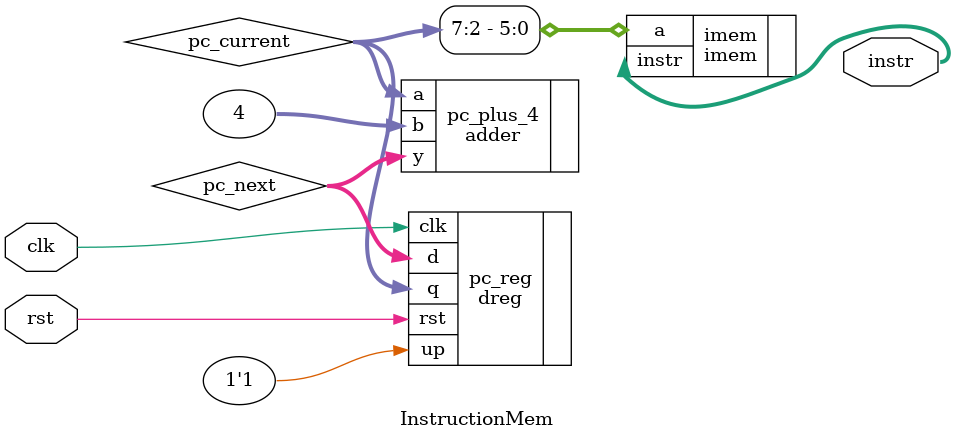
<source format=v>
`timescale 1ns / 1ps


module InstructionMem(
    //input next, //need no more
    input clk,
    input rst,
    output wire [3:0]     instr
    );
    
    wire [31:0]     pc_current;
    wire [31:0]     pc_next;
    
     dreg pc_reg (
            .clk            (clk),   //press button
            .rst            (rst),
            .up             (1'b1), //always increment on every clock
            .d              (pc_next),
            .q              (pc_current)
     );

    adder #(32) pc_plus_4 (
            .a              (pc_current),
            .b              (32'd4),
            .y              (pc_next)
     );
    
    imem imem(.a(pc_current[7:2]),  //fetch data from two different memfiles
              .instr(   instr)
     ); 
endmodule

</source>
